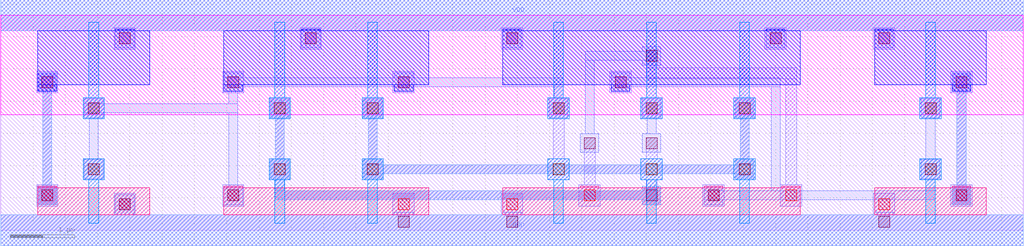
<source format=lef>
MACRO HAX1
 CLASS CORE ;
 FOREIGN HAX1 0 0 ;
 ORIGIN 0 0 ;
 SYMMETRY X Y R90 ;
 SITE UNIT ;
  PIN VDD
   DIRECTION INOUT ;
   USE SIGNAL ;
   SHAPE ABUTMENT ;
    PORT
     CLASS CORE ;
       LAYER metal2 ;
        RECT 0.00000000 3.09000000 15.84000000 3.57000000 ;
    END
  END VDD

  PIN GND
   DIRECTION INOUT ;
   USE SIGNAL ;
   SHAPE ABUTMENT ;
    PORT
     CLASS CORE ;
       LAYER metal2 ;
        RECT 0.00000000 -0.24000000 15.84000000 0.24000000 ;
    END
  END GND

  PIN YC
   DIRECTION INOUT ;
   USE SIGNAL ;
   SHAPE ABUTMENT ;
    PORT
     CLASS CORE ;
       LAYER metal2 ;
        RECT 0.57500000 0.39500000 0.86500000 0.68500000 ;
        RECT 0.65000000 0.68500000 0.79000000 2.15000000 ;
        RECT 0.57500000 2.15000000 0.86500000 2.44000000 ;
    END
  END YC

  PIN YS
   DIRECTION INOUT ;
   USE SIGNAL ;
   SHAPE ABUTMENT ;
    PORT
     CLASS CORE ;
       LAYER metal2 ;
        RECT 14.73500000 0.39500000 15.02500000 0.68500000 ;
        RECT 14.81000000 0.68500000 14.95000000 2.15000000 ;
        RECT 14.73500000 2.15000000 15.02500000 2.44000000 ;
    END
  END YS

  PIN A
   DIRECTION INOUT ;
   USE SIGNAL ;
   SHAPE ABUTMENT ;
    PORT
     CLASS CORE ;
       LAYER metal2 ;
        RECT 5.61500000 0.80000000 5.90500000 0.87500000 ;
        RECT 11.37500000 0.80000000 11.66500000 0.87500000 ;
        RECT 5.61500000 0.87500000 11.66500000 1.01500000 ;
        RECT 5.61500000 1.01500000 5.90500000 1.09000000 ;
        RECT 11.37500000 1.01500000 11.66500000 1.09000000 ;
        RECT 5.69000000 1.09000000 5.83000000 1.74500000 ;
        RECT 11.45000000 1.09000000 11.59000000 1.74500000 ;
        RECT 5.61500000 1.74500000 5.90500000 2.03500000 ;
        RECT 11.37500000 1.74500000 11.66500000 2.03500000 ;
    END
  END A

  PIN B
   DIRECTION INOUT ;
   USE SIGNAL ;
   SHAPE ABUTMENT ;
    PORT
     CLASS CORE ;
       LAYER metal2 ;
        RECT 9.93500000 0.39500000 10.22500000 0.47000000 ;
        RECT 4.25000000 0.47000000 10.22500000 0.61000000 ;
        RECT 9.93500000 0.61000000 10.22500000 0.68500000 ;
        RECT 4.25000000 0.61000000 4.39000000 0.80000000 ;
        RECT 4.17500000 0.80000000 4.46500000 1.09000000 ;
        RECT 4.25000000 1.09000000 4.39000000 1.74500000 ;
        RECT 4.17500000 1.74500000 4.46500000 2.03500000 ;
    END
  END B

  OBS
   LAYER abutment_box ;
    RECT 0.00000000 0.00000000 15.84000000 3.33000000 ;
  END

  OBS
   LAYER metal1 ;
    RECT 1.75500000 0.24000000 2.08500000 0.57000000 ;
    RECT 6.15500000 0.05000000 6.32500000 0.24000000 ;
    RECT 6.07500000 0.24000000 6.40500000 0.57000000 ;
    RECT 7.83500000 0.05000000 8.00500000 0.24000000 ;
    RECT 7.75500000 0.24000000 8.08500000 0.57000000 ;
    RECT 13.59500000 0.05000000 13.76500000 0.24000000 ;
    RECT 13.51500000 0.24000000 13.84500000 0.57000000 ;
    RECT 0.55500000 0.37500000 0.88500000 0.70500000 ;
    RECT 3.43500000 0.37500000 3.76500000 0.70500000 ;
    RECT 10.87500000 0.37500000 11.20500000 0.70500000 ;
    RECT 14.71500000 0.37500000 15.04500000 0.70500000 ;
    RECT 1.27500000 0.78000000 1.60500000 1.11000000 ;
    RECT 4.15500000 0.78000000 4.48500000 1.11000000 ;
    RECT 5.59500000 0.78000000 5.92500000 1.11000000 ;
    RECT 11.35500000 0.78000000 11.68500000 1.11000000 ;
    RECT 14.23500000 0.78000000 14.56500000 1.11000000 ;
    RECT 8.95500000 0.37500000 9.28500000 0.70500000 ;
    RECT 9.03500000 0.70500000 9.20500000 1.43500000 ;
    RECT 9.99500000 0.45500000 10.16500000 0.78000000 ;
    RECT 9.91500000 0.78000000 10.24500000 1.11000000 ;
    RECT 9.99500000 1.11000000 10.16500000 1.43500000 ;
    RECT 1.27500000 1.72500000 1.60500000 2.05500000 ;
    RECT 4.15500000 1.72500000 4.48500000 2.05500000 ;
    RECT 5.59500000 1.72500000 5.92500000 2.05500000 ;
    RECT 8.47500000 0.78000000 8.80500000 1.11000000 ;
    RECT 8.55500000 1.11000000 8.72500000 1.72500000 ;
    RECT 8.47500000 1.72500000 8.80500000 2.05500000 ;
    RECT 9.91500000 1.72500000 10.24500000 2.05500000 ;
    RECT 11.35500000 1.72500000 11.68500000 2.05500000 ;
    RECT 14.23500000 1.72500000 14.56500000 2.05500000 ;
    RECT 0.55500000 2.13000000 0.88500000 2.46000000 ;
    RECT 3.43500000 2.13000000 3.76500000 2.46000000 ;
    RECT 6.07500000 2.13000000 6.40500000 2.46000000 ;
    RECT 9.43500000 2.13000000 9.76500000 2.46000000 ;
    RECT 14.71500000 2.13000000 15.04500000 2.46000000 ;
    RECT 12.07500000 0.37500000 12.40500000 0.70500000 ;
    RECT 12.15500000 0.70500000 12.32500000 2.34500000 ;
    RECT 9.99500000 2.34500000 12.32500000 2.51500000 ;
    RECT 9.99500000 2.51500000 10.16500000 2.78500000 ;
    RECT 1.75500000 2.80500000 2.08500000 3.13500000 ;
    RECT 4.63500000 2.80500000 4.96500000 3.13500000 ;
    RECT 7.75500000 2.80500000 8.08500000 3.13500000 ;
    RECT 11.83500000 2.80500000 12.16500000 3.13500000 ;
    RECT 13.51500000 2.80500000 13.84500000 3.13500000 ;
  END

  OBS
   LAYER metal1_label ;

  END

  OBS
   LAYER metal1_pin ;

  END

  OBS
   LAYER metal2 ;
    RECT 0.00000000 -0.24000000 15.84000000 0.24000000 ;
    RECT 6.09500000 0.24000000 6.38500000 0.28000000 ;
    RECT 7.77500000 0.24000000 8.06500000 0.28000000 ;
    RECT 13.53500000 0.24000000 13.82500000 0.28000000 ;
    RECT 1.77500000 0.24000000 2.06500000 0.55000000 ;
    RECT 9.93500000 0.39500000 10.22500000 0.47000000 ;
    RECT 4.25000000 0.47000000 10.22500000 0.61000000 ;
    RECT 9.93500000 0.61000000 10.22500000 0.68500000 ;
    RECT 4.25000000 0.61000000 4.39000000 0.80000000 ;
    RECT 4.17500000 0.80000000 4.46500000 1.09000000 ;
    RECT 4.25000000 1.09000000 4.39000000 1.74500000 ;
    RECT 4.17500000 1.74500000 4.46500000 2.03500000 ;
    RECT 9.93500000 1.20500000 10.22500000 1.49500000 ;
    RECT 10.01000000 1.49500000 10.15000000 1.74500000 ;
    RECT 9.93500000 1.74500000 10.22500000 2.03500000 ;
    RECT 5.61500000 0.80000000 5.90500000 0.87500000 ;
    RECT 11.37500000 0.80000000 11.66500000 0.87500000 ;
    RECT 5.61500000 0.87500000 11.66500000 1.01500000 ;
    RECT 5.61500000 1.01500000 5.90500000 1.09000000 ;
    RECT 11.37500000 1.01500000 11.66500000 1.09000000 ;
    RECT 5.69000000 1.09000000 5.83000000 1.74500000 ;
    RECT 11.45000000 1.09000000 11.59000000 1.74500000 ;
    RECT 5.61500000 1.74500000 5.90500000 2.03500000 ;
    RECT 11.37500000 1.74500000 11.66500000 2.03500000 ;
    RECT 0.57500000 0.39500000 0.86500000 0.68500000 ;
    RECT 0.65000000 0.68500000 0.79000000 2.15000000 ;
    RECT 0.57500000 2.15000000 0.86500000 2.44000000 ;
    RECT 3.45500000 0.39500000 3.74500000 0.68500000 ;
    RECT 1.29500000 0.80000000 1.58500000 1.09000000 ;
    RECT 1.37000000 1.09000000 1.51000000 1.74500000 ;
    RECT 1.29500000 1.74500000 1.58500000 1.82000000 ;
    RECT 3.53000000 0.68500000 3.67000000 1.82000000 ;
    RECT 1.29500000 1.82000000 3.67000000 1.96000000 ;
    RECT 1.29500000 1.96000000 1.58500000 2.03500000 ;
    RECT 8.49500000 1.74500000 8.78500000 2.03500000 ;
    RECT 3.53000000 1.96000000 3.67000000 2.15000000 ;
    RECT 3.45500000 2.15000000 3.74500000 2.22500000 ;
    RECT 6.09500000 2.15000000 6.38500000 2.22500000 ;
    RECT 8.57000000 2.03500000 8.71000000 2.22500000 ;
    RECT 3.45500000 2.22500000 8.71000000 2.36500000 ;
    RECT 3.45500000 2.36500000 3.74500000 2.44000000 ;
    RECT 6.09500000 2.36500000 6.38500000 2.44000000 ;
    RECT 10.89500000 0.39500000 11.18500000 0.47000000 ;
    RECT 10.89500000 0.47000000 14.47000000 0.61000000 ;
    RECT 10.89500000 0.61000000 11.18500000 0.68500000 ;
    RECT 14.33000000 0.61000000 14.47000000 0.80000000 ;
    RECT 14.25500000 0.80000000 14.54500000 1.09000000 ;
    RECT 14.33000000 1.09000000 14.47000000 1.74500000 ;
    RECT 14.25500000 1.74500000 14.54500000 2.03500000 ;
    RECT 9.45500000 2.15000000 9.74500000 2.22500000 ;
    RECT 11.93000000 0.61000000 12.07000000 2.22500000 ;
    RECT 9.45500000 2.22500000 12.07000000 2.36500000 ;
    RECT 9.45500000 2.36500000 9.74500000 2.44000000 ;
    RECT 14.73500000 0.39500000 15.02500000 0.68500000 ;
    RECT 14.81000000 0.68500000 14.95000000 2.15000000 ;
    RECT 14.73500000 2.15000000 15.02500000 2.44000000 ;
    RECT 8.97500000 1.20500000 9.26500000 1.49500000 ;
    RECT 9.05000000 1.49500000 9.19000000 2.63000000 ;
    RECT 9.93500000 2.55500000 10.22500000 2.63000000 ;
    RECT 9.05000000 2.63000000 10.22500000 2.77000000 ;
    RECT 9.93500000 2.77000000 10.22500000 2.84500000 ;
    RECT 1.77500000 2.82500000 2.06500000 3.09000000 ;
    RECT 4.65500000 2.82500000 4.94500000 3.09000000 ;
    RECT 7.77500000 2.82500000 8.06500000 3.09000000 ;
    RECT 11.85500000 2.82500000 12.14500000 3.09000000 ;
    RECT 13.53500000 2.82500000 13.82500000 3.09000000 ;
    RECT 0.00000000 3.09000000 15.84000000 3.57000000 ;
  END

  OBS
   LAYER metal2_label ;

  END

  OBS
   LAYER metal2_pin ;
    RECT 0.00000000 -0.24000000 15.84000000 0.24000000 ;
    RECT 9.93500000 0.39500000 10.22500000 0.47000000 ;
    RECT 4.25000000 0.47000000 10.22500000 0.61000000 ;
    RECT 9.93500000 0.61000000 10.22500000 0.68500000 ;
    RECT 4.25000000 0.61000000 4.39000000 0.80000000 ;
    RECT 4.17500000 0.80000000 4.46500000 1.09000000 ;
    RECT 4.25000000 1.09000000 4.39000000 1.74500000 ;
    RECT 4.17500000 1.74500000 4.46500000 2.03500000 ;
    RECT 5.61500000 0.80000000 5.90500000 0.87500000 ;
    RECT 11.37500000 0.80000000 11.66500000 0.87500000 ;
    RECT 5.61500000 0.87500000 11.66500000 1.01500000 ;
    RECT 5.61500000 1.01500000 5.90500000 1.09000000 ;
    RECT 11.37500000 1.01500000 11.66500000 1.09000000 ;
    RECT 5.69000000 1.09000000 5.83000000 1.74500000 ;
    RECT 11.45000000 1.09000000 11.59000000 1.74500000 ;
    RECT 5.61500000 1.74500000 5.90500000 2.03500000 ;
    RECT 11.37500000 1.74500000 11.66500000 2.03500000 ;
    RECT 0.57500000 0.39500000 0.86500000 0.68500000 ;
    RECT 0.65000000 0.68500000 0.79000000 2.15000000 ;
    RECT 0.57500000 2.15000000 0.86500000 2.44000000 ;
    RECT 14.73500000 0.39500000 15.02500000 0.68500000 ;
    RECT 14.81000000 0.68500000 14.95000000 2.15000000 ;
    RECT 14.73500000 2.15000000 15.02500000 2.44000000 ;
    RECT 0.00000000 3.09000000 15.84000000 3.57000000 ;
  END

  OBS
   LAYER ndiff_contact ;
    RECT 1.83500000 0.32000000 2.00500000 0.49000000 ;
    RECT 6.15500000 0.32000000 6.32500000 0.49000000 ;
    RECT 7.83500000 0.32000000 8.00500000 0.49000000 ;
    RECT 13.59500000 0.32000000 13.76500000 0.49000000 ;
    RECT 0.63500000 0.45500000 0.80500000 0.62500000 ;
    RECT 3.51500000 0.45500000 3.68500000 0.62500000 ;
    RECT 9.03500000 0.45500000 9.20500000 0.62500000 ;
    RECT 10.95500000 0.45500000 11.12500000 0.62500000 ;
    RECT 12.15500000 0.45500000 12.32500000 0.62500000 ;
    RECT 14.79500000 0.45500000 14.96500000 0.62500000 ;
  END

  OBS
   LAYER ndiffusion ;
    RECT 0.57500000 0.24000000 2.30500000 0.66000000 ;
    RECT 0.57500000 0.66000000 0.86500000 0.68500000 ;
    RECT 3.45500000 0.24000000 6.62500000 0.66000000 ;
    RECT 3.45500000 0.66000000 3.74500000 0.68500000 ;
    RECT 7.77500000 0.24000000 12.38500000 0.66000000 ;
    RECT 8.97500000 0.66000000 9.26500000 0.68500000 ;
    RECT 10.89500000 0.66000000 11.18500000 0.68500000 ;
    RECT 12.09500000 0.66000000 12.38500000 0.68500000 ;
    RECT 13.53500000 0.24000000 15.26500000 0.66000000 ;
    RECT 14.73500000 0.66000000 15.02500000 0.68500000 ;
  END

  OBS
   LAYER nplus ;

  END

  OBS
   LAYER nwell ;
    RECT 0.00000000 1.79000000 15.84000000 3.33000000 ;
  END

  OBS
   LAYER pdiff_contact ;
    RECT 0.63500000 2.21000000 0.80500000 2.38000000 ;
    RECT 3.51500000 2.21000000 3.68500000 2.38000000 ;
    RECT 6.15500000 2.21000000 6.32500000 2.38000000 ;
    RECT 9.51500000 2.21000000 9.68500000 2.38000000 ;
    RECT 14.79500000 2.21000000 14.96500000 2.38000000 ;
    RECT 1.83500000 2.88500000 2.00500000 3.05500000 ;
    RECT 4.71500000 2.88500000 4.88500000 3.05500000 ;
    RECT 7.83500000 2.88500000 8.00500000 3.05500000 ;
    RECT 11.91500000 2.88500000 12.08500000 3.05500000 ;
    RECT 13.59500000 2.88500000 13.76500000 3.05500000 ;
  END

  OBS
   LAYER pdiffusion ;
    RECT 0.57500000 2.15000000 0.86500000 2.25000000 ;
    RECT 0.57500000 2.25000000 2.30500000 3.09000000 ;
    RECT 1.77500000 3.09000000 2.06500000 3.11500000 ;
    RECT 3.45500000 2.15000000 3.74500000 2.25000000 ;
    RECT 6.09500000 2.15000000 6.38500000 2.25000000 ;
    RECT 3.45500000 2.25000000 6.62500000 3.09000000 ;
    RECT 4.65500000 3.09000000 4.94500000 3.11500000 ;
    RECT 9.45500000 2.15000000 9.74500000 2.25000000 ;
    RECT 7.77500000 2.25000000 12.38500000 3.09000000 ;
    RECT 7.77500000 3.09000000 8.06500000 3.11500000 ;
    RECT 11.85500000 3.09000000 12.14500000 3.11500000 ;
    RECT 14.73500000 2.15000000 15.02500000 2.25000000 ;
    RECT 13.53500000 2.25000000 15.26500000 3.09000000 ;
    RECT 13.53500000 3.09000000 13.82500000 3.11500000 ;
  END

  OBS
   LAYER poly ;
    RECT 1.36500000 0.11000000 1.51500000 0.78000000 ;
    RECT 1.27500000 0.78000000 1.60500000 1.11000000 ;
    RECT 4.24500000 0.11000000 4.39500000 0.78000000 ;
    RECT 4.15500000 0.78000000 4.48500000 1.11000000 ;
    RECT 5.68500000 0.11000000 5.83500000 0.78000000 ;
    RECT 5.59500000 0.78000000 5.92500000 1.11000000 ;
    RECT 8.56500000 0.11000000 8.71500000 0.78000000 ;
    RECT 8.47500000 0.78000000 8.80500000 1.11000000 ;
    RECT 10.00500000 0.11000000 10.15500000 0.78000000 ;
    RECT 9.91500000 0.78000000 10.24500000 1.11000000 ;
    RECT 11.44500000 0.11000000 11.59500000 0.78000000 ;
    RECT 11.35500000 0.78000000 11.68500000 1.11000000 ;
    RECT 14.32500000 0.11000000 14.47500000 0.78000000 ;
    RECT 14.23500000 0.78000000 14.56500000 1.11000000 ;
    RECT 1.27500000 1.72500000 1.60500000 2.05500000 ;
    RECT 1.36500000 2.05500000 1.51500000 3.22000000 ;
    RECT 4.15500000 1.72500000 4.48500000 2.05500000 ;
    RECT 4.24500000 2.05500000 4.39500000 3.22000000 ;
    RECT 5.59500000 1.72500000 5.92500000 2.05500000 ;
    RECT 5.68500000 2.05500000 5.83500000 3.22000000 ;
    RECT 8.47500000 1.72500000 8.80500000 2.05500000 ;
    RECT 8.56500000 2.05500000 8.71500000 3.22000000 ;
    RECT 9.91500000 1.72500000 10.24500000 2.05500000 ;
    RECT 10.00500000 2.05500000 10.15500000 3.22000000 ;
    RECT 11.35500000 1.72500000 11.68500000 2.05500000 ;
    RECT 11.44500000 2.05500000 11.59500000 3.22000000 ;
    RECT 14.23500000 1.72500000 14.56500000 2.05500000 ;
    RECT 14.32500000 2.05500000 14.47500000 3.22000000 ;
  END

  OBS
   LAYER poly_contact ;
    RECT 1.35500000 0.86000000 1.52500000 1.03000000 ;
    RECT 4.23500000 0.86000000 4.40500000 1.03000000 ;
    RECT 5.67500000 0.86000000 5.84500000 1.03000000 ;
    RECT 8.55500000 0.86000000 8.72500000 1.03000000 ;
    RECT 9.99500000 0.86000000 10.16500000 1.03000000 ;
    RECT 11.43500000 0.86000000 11.60500000 1.03000000 ;
    RECT 14.31500000 0.86000000 14.48500000 1.03000000 ;
    RECT 1.35500000 1.80500000 1.52500000 1.97500000 ;
    RECT 4.23500000 1.80500000 4.40500000 1.97500000 ;
    RECT 5.67500000 1.80500000 5.84500000 1.97500000 ;
    RECT 8.55500000 1.80500000 8.72500000 1.97500000 ;
    RECT 9.99500000 1.80500000 10.16500000 1.97500000 ;
    RECT 11.43500000 1.80500000 11.60500000 1.97500000 ;
    RECT 14.31500000 1.80500000 14.48500000 1.97500000 ;
  END

  OBS
   LAYER pplus ;

  END

  OBS
   LAYER via1 ;
    RECT 6.15500000 0.05000000 6.32500000 0.22000000 ;
    RECT 7.83500000 0.05000000 8.00500000 0.22000000 ;
    RECT 13.59500000 0.05000000 13.76500000 0.22000000 ;
    RECT 1.83500000 0.32000000 2.00500000 0.49000000 ;
    RECT 0.63500000 0.45500000 0.80500000 0.62500000 ;
    RECT 3.51500000 0.45500000 3.68500000 0.62500000 ;
    RECT 9.99500000 0.45500000 10.16500000 0.62500000 ;
    RECT 10.95500000 0.45500000 11.12500000 0.62500000 ;
    RECT 14.79500000 0.45500000 14.96500000 0.62500000 ;
    RECT 1.35500000 0.86000000 1.52500000 1.03000000 ;
    RECT 4.23500000 0.86000000 4.40500000 1.03000000 ;
    RECT 5.67500000 0.86000000 5.84500000 1.03000000 ;
    RECT 11.43500000 0.86000000 11.60500000 1.03000000 ;
    RECT 14.31500000 0.86000000 14.48500000 1.03000000 ;
    RECT 9.03500000 1.26500000 9.20500000 1.43500000 ;
    RECT 9.99500000 1.26500000 10.16500000 1.43500000 ;
    RECT 1.35500000 1.80500000 1.52500000 1.97500000 ;
    RECT 4.23500000 1.80500000 4.40500000 1.97500000 ;
    RECT 5.67500000 1.80500000 5.84500000 1.97500000 ;
    RECT 8.55500000 1.80500000 8.72500000 1.97500000 ;
    RECT 9.99500000 1.80500000 10.16500000 1.97500000 ;
    RECT 11.43500000 1.80500000 11.60500000 1.97500000 ;
    RECT 14.31500000 1.80500000 14.48500000 1.97500000 ;
    RECT 0.63500000 2.21000000 0.80500000 2.38000000 ;
    RECT 3.51500000 2.21000000 3.68500000 2.38000000 ;
    RECT 6.15500000 2.21000000 6.32500000 2.38000000 ;
    RECT 9.51500000 2.21000000 9.68500000 2.38000000 ;
    RECT 14.79500000 2.21000000 14.96500000 2.38000000 ;
    RECT 9.99500000 2.61500000 10.16500000 2.78500000 ;
    RECT 1.83500000 2.88500000 2.00500000 3.05500000 ;
    RECT 4.71500000 2.88500000 4.88500000 3.05500000 ;
    RECT 7.83500000 2.88500000 8.00500000 3.05500000 ;
    RECT 11.91500000 2.88500000 12.08500000 3.05500000 ;
    RECT 13.59500000 2.88500000 13.76500000 3.05500000 ;
  END

END HAX1

</source>
